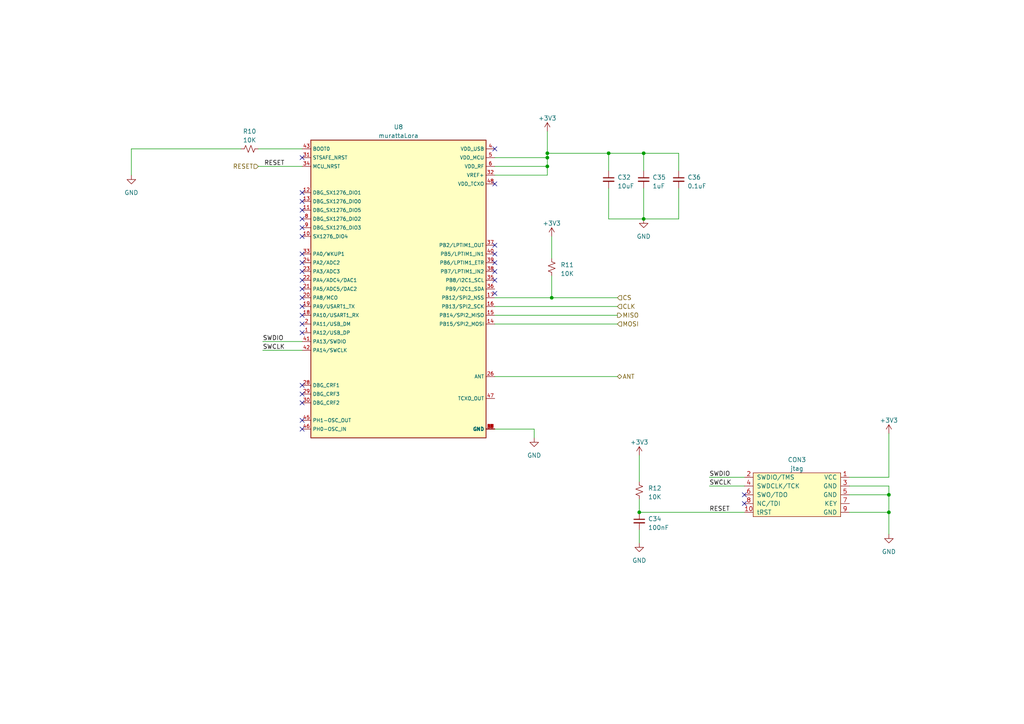
<source format=kicad_sch>
(kicad_sch (version 20210406) (generator eeschema)
  (paper "A4")
  (lib_symbols
    (symbol "Device:C_Small" (pin_numbers hide) (pin_names (offset 0.254) hide)
      (property "Reference" "C" (at 0.254 1.778 0))
      (property "Value" "C_Small" (at 0.254 -2.032 0))
      (symbol "C_Small_0_1"
        (polyline (pts (xy -1.524 -0.508) (xy 1.524 -0.508)) (stroke (width 0.3302)))
        (polyline (pts (xy -1.524 0.508) (xy 1.524 0.508)) (stroke (width 0.3048)))
      )
      (symbol "C_Small_1_1"
        (pin passive line (at 0 2.54 270) (length 2.032) (name "~") (number "1"))
        (pin passive line (at 0 -2.54 90) (length 2.032) (name "~") (number "2"))
      )
    )
    (symbol "Device:R_Small_US" (pin_numbers hide) (pin_names (offset 0.254) hide)
      (property "Reference" "R" (at 0.762 0.508 0))
      (property "Value" "R_Small_US" (at 0.762 -1.016 0))
      (symbol "R_Small_US_1_1"
        (polyline (pts (xy 0 0) (xy 1.016 -0.381) (xy 0 -0.762) (xy -1.016 -1.143) (xy 0 -1.524)))
        (polyline (pts (xy 0 1.524) (xy 1.016 1.143) (xy 0 0.762) (xy -1.016 0.381) (xy 0 0)))
        (pin passive line (at 0 2.54 270) (length 1.016) (name "~") (number "1"))
        (pin passive line (at 0 -2.54 90) (length 1.016) (name "~") (number "2"))
      )
    )
    (symbol "conectors:jtag" (pin_names (offset 1.016))
      (property "Reference" "CON" (at -6.35 0 90))
      (property "Value" "jtag" (at -3.81 0 90))
      (symbol "jtag_0_1"
        (rectangle (start -12.7 6.35) (end 12.7 -6.35) (fill (type background)))
      )
      (symbol "jtag_1_1"
        (pin power_in line (at -15.24 5.08 0) (length 2.54) (name "VCC") (number "1"))
        (pin unspecified line (at 15.24 -5.08 180) (length 2.54) (name "tRST") (number "10"))
        (pin unspecified line (at 15.24 5.08 180) (length 2.54) (name "SWDIO/TMS") (number "2"))
        (pin power_out line (at -15.24 2.54 0) (length 2.54) (name "GND") (number "3"))
        (pin unspecified line (at 15.24 2.54 180) (length 2.54) (name "SWDCLK/TCK") (number "4"))
        (pin power_out line (at -15.24 0 0) (length 2.54) (name "GND") (number "5"))
        (pin power_in line (at 15.24 0 180) (length 2.54) (name "SWO/TDO") (number "6"))
        (pin unspecified line (at -15.24 -2.54 0) (length 2.54) (name "KEY") (number "7"))
        (pin unspecified line (at 15.24 -2.54 180) (length 2.54) (name "NC/TDI") (number "8"))
        (pin power_out line (at -15.24 -5.08 0) (length 2.54) (name "GND") (number "9"))
      )
    )
    (symbol "modulles:murattaLora"
      (property "Reference" "U" (at -1.27 -46.99 0))
      (property "Value" "murattaLora" (at -20.32 26.67 0))
      (symbol "murattaLora_0_0"
        (rectangle (start -26.67 -48.26) (end 24.13 38.1) (stroke (width 0.254)) (fill (type background)))
        (pin bidirectional line (at -29.21 -17.78 0) (length 2.54) (name "PA12/USB_DP") (number "1"))
        (pin bidirectional line (at -29.21 10.16 0) (length 2.54) (name "SX1276_DIO4") (number "10"))
        (pin bidirectional line (at -29.21 17.78 0) (length 2.54) (name "DBG_SX1276_DIO5") (number "11"))
        (pin bidirectional line (at -29.21 22.86 0) (length 2.54) (name "DBG_SX1276_DIO1") (number "12"))
        (pin bidirectional line (at -29.21 20.32 0) (length 2.54) (name "DBG_SX1276_DIO0") (number "13"))
        (pin bidirectional line (at 26.67 -15.24 180) (length 2.54) (name "PB15/SPI2_MOSI") (number "14"))
        (pin bidirectional line (at 26.67 -12.7 180) (length 2.54) (name "PB14/SPI2_MISO") (number "15"))
        (pin bidirectional line (at 26.67 -10.16 180) (length 2.54) (name "PB13/SPI2_SCK") (number "16"))
        (pin bidirectional line (at 26.67 -7.62 180) (length 2.54) (name "PB12/SPI2_NSS") (number "17"))
        (pin bidirectional line (at -29.21 -12.7 0) (length 2.54) (name "PA10/USART1_RX") (number "18"))
        (pin bidirectional line (at -29.21 -10.16 0) (length 2.54) (name "PA9/USART1_TX") (number "19"))
        (pin bidirectional line (at -29.21 -15.24 0) (length 2.54) (name "PA11/USB_DM") (number "2"))
        (pin bidirectional line (at -29.21 -7.62 0) (length 2.54) (name "PA8/MCO") (number "20"))
        (pin bidirectional line (at -29.21 -5.08 0) (length 2.54) (name "PA5/ADC5/DAC2") (number "21"))
        (pin bidirectional line (at -29.21 -2.54 0) (length 2.54) (name "PA4/ADC4/DAC1") (number "22"))
        (pin bidirectional line (at -29.21 0 0) (length 2.54) (name "PA3/ADC3") (number "23"))
        (pin bidirectional line (at -29.21 2.54 0) (length 2.54) (name "PA2/ADC2") (number "24"))
        (pin power_in line (at 26.67 -45.72 180) (length 2.54) (name "GND") (number "25"))
        (pin bidirectional line (at 26.67 -30.48 180) (length 2.54) (name "ANT") (number "26"))
        (pin power_in line (at 26.67 -45.72 180) (length 2.54) (name "GND") (number "27"))
        (pin bidirectional line (at -29.21 -33.02 0) (length 2.54) (name "DBG_CRF1") (number "28"))
        (pin bidirectional line (at -29.21 -35.56 0) (length 2.54) (name "DBG_CRF3") (number "29"))
        (pin power_in line (at 26.67 -45.72 180) (length 2.54) (name "GND") (number "3"))
        (pin bidirectional line (at -29.21 -38.1 0) (length 2.54) (name "DBG_CRF2") (number "30"))
        (pin input line (at -29.21 33.02 0) (length 2.54) (name "STSAFE_NRST") (number "31"))
        (pin power_in line (at 26.67 27.94 180) (length 2.54) (name "VREF+") (number "32"))
        (pin bidirectional line (at -29.21 5.08 0) (length 2.54) (name "PA0/WKUP1") (number "33"))
        (pin input line (at -29.21 30.48 0) (length 2.54) (name "MCU_NRST") (number "34"))
        (pin bidirectional line (at 26.67 -2.54 180) (length 2.54) (name "PB8/I2C1_SCL") (number "35"))
        (pin bidirectional line (at 26.67 -5.08 180) (length 2.54) (name "PB9/I2C1_SDA") (number "36"))
        (pin bidirectional line (at 26.67 7.62 180) (length 2.54) (name "PB2/LPTIM1_OUT") (number "37"))
        (pin bidirectional line (at 26.67 0 180) (length 2.54) (name "PB7/LPTIM1_IN2") (number "38"))
        (pin bidirectional line (at 26.67 2.54 180) (length 2.54) (name "PB6/LPTIM1_ETR") (number "39"))
        (pin power_in line (at 26.67 35.56 180) (length 2.54) (name "VDD_USB") (number "4"))
        (pin bidirectional line (at 26.67 5.08 180) (length 2.54) (name "PB5/LPTIM1_IN1") (number "40"))
        (pin bidirectional line (at -29.21 -20.32 0) (length 2.54) (name "PA13/SWDIO") (number "41"))
        (pin bidirectional line (at -29.21 -22.86 0) (length 2.54) (name "PA14/SWCLK") (number "42"))
        (pin input line (at -29.21 35.56 0) (length 2.54) (name "BOOT0") (number "43"))
        (pin power_in line (at 26.67 -45.72 180) (length 2.54) (name "GND") (number "44"))
        (pin bidirectional line (at -29.21 -43.18 0) (length 2.54) (name "PH1-OSC_OUT") (number "45"))
        (pin bidirectional line (at -29.21 -45.72 0) (length 2.54) (name "PH0-OSC_IN") (number "46"))
        (pin output line (at 26.67 -36.83 180) (length 2.54) (name "TCXO_OUT") (number "47"))
        (pin power_in line (at 26.67 25.4 180) (length 2.54) (name "VDD_TCXO") (number "48"))
        (pin power_in line (at 26.67 -45.72 180) (length 2.54) (name "GND") (number "49"))
        (pin power_in line (at 26.67 33.02 180) (length 2.54) (name "VDD_MCU") (number "5"))
        (pin power_in line (at 26.67 -45.72 180) (length 2.54) (name "GND") (number "50"))
        (pin power_in line (at 26.67 -45.72 180) (length 2.54) (name "GND") (number "51"))
        (pin power_in line (at 26.67 -45.72 180) (length 2.54) (name "GND") (number "52"))
        (pin power_in line (at 26.67 -45.72 180) (length 2.54) (name "GND") (number "53"))
        (pin power_in line (at 26.67 -45.72 180) (length 2.54) (name "GND") (number "54"))
        (pin power_in line (at 26.67 -45.72 180) (length 2.54) (name "GND") (number "55"))
        (pin power_in line (at 26.67 -45.72 180) (length 2.54) (name "GND") (number "56"))
        (pin power_in line (at 26.67 -45.72 180) (length 2.54) (name "GND") (number "57"))
        (pin power_in line (at 26.67 30.48 180) (length 2.54) (name "VDD_RF") (number "6"))
        (pin power_in line (at 26.67 -45.72 180) (length 2.54) (name "GND") (number "7"))
        (pin bidirectional line (at -29.21 15.24 0) (length 2.54) (name "DBG_SX1276_DIO2") (number "8"))
        (pin bidirectional line (at -29.21 12.7 0) (length 2.54) (name "DBG_SX1276_DIO3") (number "9"))
      )
    )
    (symbol "power:+3V3" (power) (pin_names (offset 0))
      (property "Value" "+3V3" (at 0 3.556 0))
      (symbol "+3V3_0_1"
        (polyline (pts (xy -0.762 1.27) (xy 0 2.54)))
        (polyline (pts (xy 0 0) (xy 0 2.54)))
        (polyline (pts (xy 0 2.54) (xy 0.762 1.27)))
      )
      (symbol "+3V3_1_1"
        (pin power_in line (at 0 0 90) (length 0) hide (name "+3V3") (number "1"))
      )
    )
    (symbol "power:GND" (power) (pin_names (offset 0))
      (property "Value" "GND" (at 0 -3.81 0))
      (symbol "GND_0_1"
        (polyline (pts (xy 0 0) (xy 0 -1.27) (xy 1.27 -1.27) (xy 0 -2.54) (xy -1.27 -1.27) (xy 0 -1.27)))
      )
      (symbol "GND_1_1"
        (pin power_in line (at 0 0 270) (length 0) hide (name "GND") (number "1"))
      )
    )
  )
  (junction (at 158.75 44.45) (diameter 0.9144))
  (junction (at 158.75 45.72) (diameter 0.9144))
  (junction (at 158.75 48.26) (diameter 0.9144))
  (junction (at 160.02 86.36) (diameter 0.9144))
  (junction (at 176.53 44.45) (diameter 0.9144))
  (junction (at 185.42 148.59) (diameter 0.9144))
  (junction (at 186.69 44.45) (diameter 0.9144))
  (junction (at 186.69 63.5) (diameter 0.9144))
  (junction (at 257.81 143.51) (diameter 0.9144))
  (junction (at 257.81 148.59) (diameter 0.9144))
  (no_connect (at 87.63 45.72))
  (no_connect (at 87.63 55.88))
  (no_connect (at 87.63 58.42))
  (no_connect (at 87.63 60.96))
  (no_connect (at 87.63 63.5))
  (no_connect (at 87.63 66.04))
  (no_connect (at 87.63 68.58))
  (no_connect (at 87.63 73.66))
  (no_connect (at 87.63 76.2))
  (no_connect (at 87.63 78.74))
  (no_connect (at 87.63 81.28))
  (no_connect (at 87.63 83.82))
  (no_connect (at 87.63 86.36))
  (no_connect (at 87.63 88.9))
  (no_connect (at 87.63 91.44))
  (no_connect (at 87.63 93.98))
  (no_connect (at 87.63 96.52))
  (no_connect (at 87.63 111.76))
  (no_connect (at 87.63 114.3))
  (no_connect (at 87.63 116.84))
  (no_connect (at 87.63 121.92))
  (no_connect (at 87.63 124.46))
  (no_connect (at 143.51 43.18))
  (no_connect (at 143.51 53.34))
  (no_connect (at 143.51 71.12))
  (no_connect (at 143.51 73.66))
  (no_connect (at 143.51 76.2))
  (no_connect (at 143.51 78.74))
  (no_connect (at 143.51 81.28))
  (no_connect (at 143.51 85.09))
  (no_connect (at 215.9 143.51))
  (no_connect (at 215.9 146.05))
  (wire (pts (xy 38.1 43.18) (xy 38.1 50.8)))
  (wire (pts (xy 69.85 43.18) (xy 38.1 43.18)))
  (wire (pts (xy 74.93 43.18) (xy 87.63 43.18)))
  (wire (pts (xy 74.93 48.26) (xy 87.63 48.26)))
  (wire (pts (xy 76.2 99.06) (xy 87.63 99.06)))
  (wire (pts (xy 76.2 101.6) (xy 87.63 101.6)))
  (wire (pts (xy 143.51 45.72) (xy 158.75 45.72)))
  (wire (pts (xy 143.51 48.26) (xy 158.75 48.26)))
  (wire (pts (xy 143.51 50.8) (xy 158.75 50.8)))
  (wire (pts (xy 143.51 86.36) (xy 160.02 86.36)))
  (wire (pts (xy 143.51 88.9) (xy 179.07 88.9)))
  (wire (pts (xy 143.51 91.44) (xy 179.07 91.44)))
  (wire (pts (xy 143.51 93.98) (xy 179.07 93.98)))
  (wire (pts (xy 143.51 109.22) (xy 179.07 109.22)))
  (wire (pts (xy 143.51 124.46) (xy 154.94 124.46)))
  (wire (pts (xy 154.94 124.46) (xy 154.94 127)))
  (wire (pts (xy 158.75 38.1) (xy 158.75 44.45)))
  (wire (pts (xy 158.75 44.45) (xy 158.75 45.72)))
  (wire (pts (xy 158.75 44.45) (xy 176.53 44.45)))
  (wire (pts (xy 158.75 45.72) (xy 158.75 48.26)))
  (wire (pts (xy 158.75 48.26) (xy 158.75 50.8)))
  (wire (pts (xy 160.02 68.58) (xy 160.02 74.93)))
  (wire (pts (xy 160.02 80.01) (xy 160.02 86.36)))
  (wire (pts (xy 160.02 86.36) (xy 179.07 86.36)))
  (wire (pts (xy 176.53 44.45) (xy 186.69 44.45)))
  (wire (pts (xy 176.53 49.53) (xy 176.53 44.45)))
  (wire (pts (xy 176.53 63.5) (xy 176.53 54.61)))
  (wire (pts (xy 185.42 132.08) (xy 185.42 139.7)))
  (wire (pts (xy 185.42 144.78) (xy 185.42 148.59)))
  (wire (pts (xy 185.42 148.59) (xy 215.9 148.59)))
  (wire (pts (xy 185.42 153.67) (xy 185.42 157.48)))
  (wire (pts (xy 186.69 44.45) (xy 196.85 44.45)))
  (wire (pts (xy 186.69 49.53) (xy 186.69 44.45)))
  (wire (pts (xy 186.69 54.61) (xy 186.69 63.5)))
  (wire (pts (xy 186.69 63.5) (xy 176.53 63.5)))
  (wire (pts (xy 186.69 63.5) (xy 196.85 63.5)))
  (wire (pts (xy 196.85 49.53) (xy 196.85 44.45)))
  (wire (pts (xy 196.85 63.5) (xy 196.85 54.61)))
  (wire (pts (xy 205.74 138.43) (xy 215.9 138.43)))
  (wire (pts (xy 205.74 140.97) (xy 215.9 140.97)))
  (wire (pts (xy 246.38 138.43) (xy 257.81 138.43)))
  (wire (pts (xy 246.38 140.97) (xy 257.81 140.97)))
  (wire (pts (xy 246.38 143.51) (xy 257.81 143.51)))
  (wire (pts (xy 246.38 148.59) (xy 257.81 148.59)))
  (wire (pts (xy 257.81 125.73) (xy 257.81 138.43)))
  (wire (pts (xy 257.81 140.97) (xy 257.81 143.51)))
  (wire (pts (xy 257.81 143.51) (xy 257.81 148.59)))
  (wire (pts (xy 257.81 148.59) (xy 257.81 154.94)))
  (label "SWDIO" (at 76.2 99.06 0))
  (label "SWCLK" (at 76.2 101.6 0))
  (label "RESET" (at 82.55 48.26 180))
  (label "SWDIO" (at 205.74 138.43 0))
  (label "SWCLK" (at 205.74 140.97 0))
  (label "RESET" (at 205.74 148.59 0))
  (hierarchical_label "RESET" (shape input) (at 74.93 48.26 180))
  (hierarchical_label "CS" (shape input) (at 179.07 86.36 0))
  (hierarchical_label "CLK" (shape input) (at 179.07 88.9 0))
  (hierarchical_label "MISO" (shape output) (at 179.07 91.44 0))
  (hierarchical_label "MOSI" (shape input) (at 179.07 93.98 0))
  (hierarchical_label "ANT" (shape bidirectional) (at 179.07 109.22 0))
  (symbol (lib_id "power:+3V3") (at 158.75 38.1 0) (unit 1)
    (property "Reference" "#PWR0161" (effects hide))
    (property "Value" "+3V3" (at 158.75 34.29 0))
  )
  (symbol (lib_id "power:+3V3") (at 160.02 68.58 0) (unit 1)
    (property "Reference" "#PWR0163" (effects hide))
    (property "Value" "+3V3" (at 160.02 64.77 0))
  )
  (symbol (lib_id "power:+3V3") (at 185.42 132.08 0) (unit 1)
    (property "Reference" "#PWR0145" (effects hide))
    (property "Value" "+3V3" (at 185.42 128.27 0))
  )
  (symbol (lib_id "power:+3V3") (at 257.81 125.73 0) (unit 1)
    (property "Reference" "#PWR0157" (effects hide))
    (property "Value" "+3V3" (at 257.81 121.92 0))
  )
  (symbol (lib_id "power:GND") (at 38.1 50.8 0) (unit 1)
    (property "Reference" "#PWR0144" (effects hide))
    (property "Value" "GND" (at 38.1 55.88 0))
  )
  (symbol (lib_id "power:GND") (at 154.94 127 0) (unit 1)
    (property "Reference" "#PWR0166" (effects hide))
    (property "Value" "GND" (at 154.94 132.08 0))
  )
  (symbol (lib_id "power:GND") (at 185.42 157.48 0) (unit 1)
    (property "Reference" "#PWR0154" (effects hide))
    (property "Value" "GND" (at 185.42 162.56 0))
  )
  (symbol (lib_id "power:GND") (at 186.69 63.5 0) (unit 1)
    (property "Reference" "#PWR0162" (effects hide))
    (property "Value" "GND" (at 186.69 68.58 0))
  )
  (symbol (lib_id "power:GND") (at 257.81 154.94 0) (unit 1)
    (property "Reference" "#PWR0158" (effects hide))
    (property "Value" "GND" (at 257.81 160.02 0))
  )
  (symbol (lib_id "Device:R_Small_US") (at 72.39 43.18 90) (unit 1)
    (property "Reference" "R10" (at 72.39 38.1 90))
    (property "Value" "10K" (at 72.39 40.64 90))
    (property "Footprint" "vanalles:0603RL" (effects hide))
  )
  (symbol (lib_id "Device:R_Small_US") (at 160.02 77.47 0) (unit 1)
    (property "Reference" "R11" (at 162.56 76.8349 0) (effects (justify left)))
    (property "Value" "10K" (at 162.56 79.3749 0) (effects (justify left)))
    (property "Footprint" "vanalles:0603RL" (effects hide))
  )
  (symbol (lib_id "Device:R_Small_US") (at 185.42 142.24 0) (unit 1)
    (property "Reference" "R12" (at 187.96 141.6049 0) (effects (justify left)))
    (property "Value" "10K" (at 187.96 144.1449 0) (effects (justify left)))
    (property "Footprint" "vanalles:0603RL" (effects hide))
  )
  (symbol (lib_id "Device:C_Small") (at 176.53 52.07 0) (unit 1)
    (property "Reference" "C32" (at 179.07 51.4349 0) (effects (justify left)))
    (property "Value" "10uF" (at 179.07 53.9749 0) (effects (justify left)))
    (property "Footprint" "vanalles:0603" (effects hide))
  )
  (symbol (lib_id "Device:C_Small") (at 185.42 151.13 0) (unit 1)
    (property "Reference" "C34" (at 187.96 150.4949 0) (effects (justify left)))
    (property "Value" "100nF" (at 187.96 153.0349 0) (effects (justify left)))
    (property "Footprint" "vanalles:0603" (effects hide))
  )
  (symbol (lib_id "Device:C_Small") (at 186.69 52.07 0) (unit 1)
    (property "Reference" "C35" (at 189.23 51.4349 0) (effects (justify left)))
    (property "Value" "1uF" (at 189.23 53.9749 0) (effects (justify left)))
    (property "Footprint" "vanalles:0603" (effects hide))
  )
  (symbol (lib_id "Device:C_Small") (at 196.85 52.07 0) (unit 1)
    (property "Reference" "C36" (at 199.39 51.4349 0) (effects (justify left)))
    (property "Value" "0.1uF" (at 199.39 53.9749 0) (effects (justify left)))
    (property "Footprint" "vanalles:0603" (effects hide))
  )
  (symbol (lib_id "conectors:jtag") (at 231.14 143.51 0) (mirror y) (unit 1)
    (property "Reference" "CON3" (at 231.14 133.35 0))
    (property "Value" "jtag" (at 231.14 135.89 0))
    (property "Footprint" "connectors_user:Tag-Connect_TC2050-IDC-FP_2x05_P1.27mm_Vertical" (effects hide))
  )
  (symbol (lib_id "modulles:murattaLora") (at 116.84 78.74 0) (unit 1)
    (property "Reference" "U8" (at 115.57 36.83 0))
    (property "Value" "murattaLora" (at 115.57 39.37 0))
    (property "Footprint" "Module:XCVR_CMWX1ZZABZ-078" (effects hide))
  )
)
</source>
